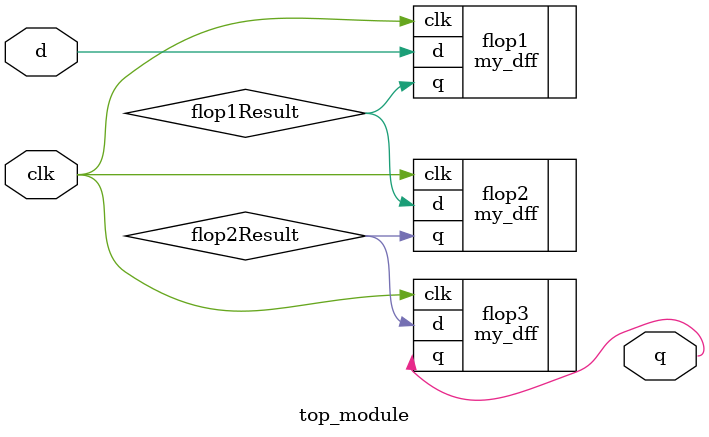
<source format=v>
module top_module (input clk, input d, output q);
    
    wire flop1Result;
    wire flop2Result;
    
    my_dff flop1 (
        .clk(clk),
        .d(d),
        .q(flop1Result)
    );
    
    my_dff flop2 (
        .clk(clk),
        .d(flop1Result),
        .q(flop2Result)
    );

    my_dff flop3 (
        .clk(clk),
        .d(flop2Result),
        .q(q)
    );

endmodule

// provided by question
// module my_dff ( input clk, input d, output q );
// endmodule

// sample answer
// module top_module (
// 	input clk,
// 	input d,
// 	output q
// );

// 	wire a, b;	// Create two wires. I called them a and b.

// 	// Create three instances of my_dff, with three different instance names (d1, d2, and d3).
// 	// Connect ports by position: ( input clk, input d, output q)
// 	my_dff d1 ( clk, d, a );
// 	my_dff d2 ( clk, a, b );
// 	my_dff d3 ( clk, b, q );

// endmodule

</source>
